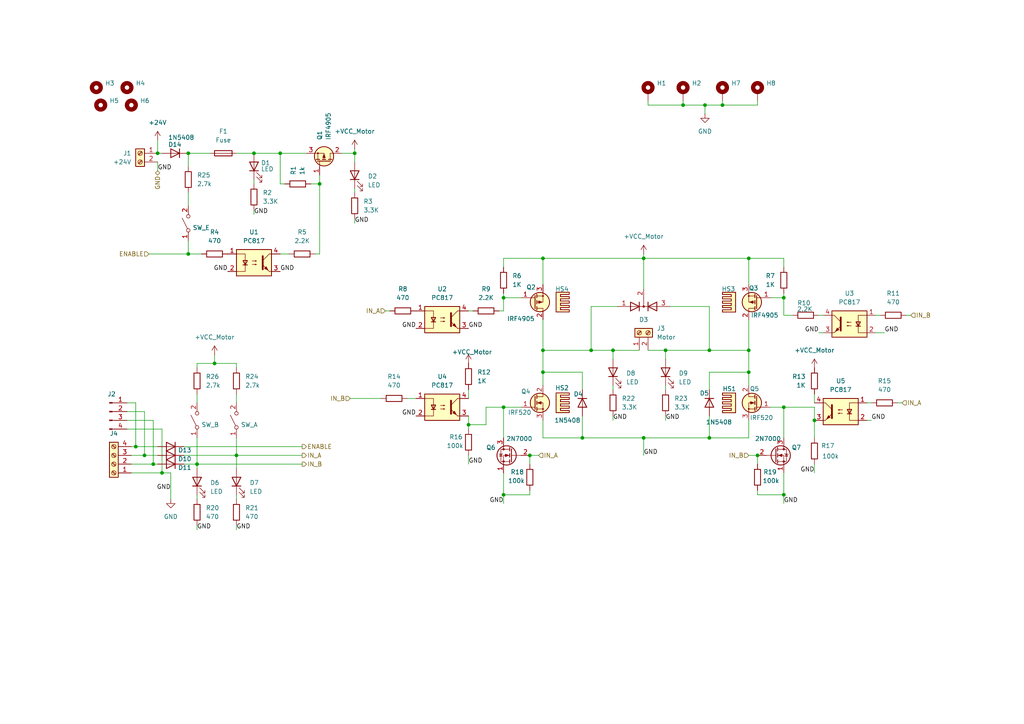
<source format=kicad_sch>
(kicad_sch (version 20231120) (generator "eeschema") (generator_version "8.0")
  (paper "A4")
  (lib_symbols
    (symbol "+24V_1" (power) (pin_numbers hide) (pin_names (offset 0) hide)
      (property "Value" "+24V" (at 0 3.556 0))
      (symbol "+24V_1_1_1"
        (pin power_in line (at 0 0 90) (length 0) (name "~") (number "1"))
      )
    )
    (symbol "Connector:Conn_01x04_Pin" (pin_names (offset 1.016) hide)
      (property "Reference" "J" (at 0 5.08 0))
      (property "Value" "Conn_01x04_Pin" (at 0 -7.62 0))
      (symbol "Conn_01x04_Pin_1_1"
        (pin passive line (at 5.08 2.54 180) (length 3.81) (name "Pin_1") (number "1"))
        (pin passive line (at 5.08 0 180) (length 3.81) (name "Pin_2") (number "2"))
        (pin passive line (at 5.08 -2.54 180) (length 3.81) (name "Pin_3") (number "3"))
        (pin passive line (at 5.08 -5.08 180) (length 3.81) (name "Pin_4") (number "4"))
      )
    )
    (symbol "Connector:Screw_Terminal_01x02" (pin_names (offset 1.016) hide)
      (property "Reference" "J" (at 0 2.54 0))
      (property "Value" "Screw_Terminal_01x02" (at 0 -5.08 0))
      (symbol "Screw_Terminal_01x02_1_1"
        (pin passive line (at -5.08 0 0) (length 3.81) (name "Pin_1") (number "1"))
        (pin passive line (at -5.08 -2.54 0) (length 3.81) (name "Pin_2") (number "2"))
      )
    )
    (symbol "Connector:Screw_Terminal_01x04" (pin_names (offset 1.016) hide)
      (property "Reference" "J" (at 0 5.08 0))
      (property "Value" "Screw_Terminal_01x04" (at 0 -7.62 0))
      (symbol "Screw_Terminal_01x04_1_1"
        (pin passive line (at -5.08 2.54 0) (length 3.81) (name "Pin_1") (number "1"))
        (pin passive line (at -5.08 0 0) (length 3.81) (name "Pin_2") (number "2"))
        (pin passive line (at -5.08 -2.54 0) (length 3.81) (name "Pin_3") (number "3"))
        (pin passive line (at -5.08 -5.08 0) (length 3.81) (name "Pin_4") (number "4"))
      )
    )
    (symbol "Device:D_Dual_CommonCathode_AAK" (pin_names (offset 0.762) hide)
      (property "Reference" "D3" (at 0 3.81 0))
      (symbol "D_Dual_CommonCathode_AAK_0_1"
        (pin passive line (at -7.62 0 0) (length 3.81) (name "A") (number "1"))
      )
      (symbol "D_Dual_CommonCathode_AAK_1_1"
        (pin passive line (at 0 -5.08 90) (length 2.54) (name "K") (number "2"))
        (pin passive line (at 7.62 0 180) (length 3.81) (name "A") (number "3"))
      )
    )
    (symbol "Device:Fuse" (pin_numbers hide) (pin_names (offset 0))
      (property "Reference" "F" (at 2.032 0 90))
      (property "Value" "Fuse" (at -1.905 0 90))
      (symbol "Fuse_1_1"
        (pin passive line (at 0 3.81 270) (length 1.27) (name "~") (number "1"))
        (pin passive line (at 0 -3.81 90) (length 1.27) (name "~") (number "2"))
      )
    )
    (symbol "Device:LED" (pin_numbers hide) (pin_names (offset 1.016) hide)
      (property "Reference" "D" (at 0 2.54 0))
      (property "Value" "LED" (at 0 -2.54 0))
      (symbol "LED_1_1"
        (pin passive line (at -3.81 0 0) (length 2.54) (name "K") (number "1"))
        (pin passive line (at 3.81 0 180) (length 2.54) (name "A") (number "2"))
      )
    )
    (symbol "Diode:1N4148" (pin_numbers hide) (pin_names hide)
      (property "Reference" "D" (at 0 2.54 0))
      (property "Value" "1N4148" (at 0 -2.54 0))
      (symbol "1N4148_1_1"
        (pin passive line (at -3.81 0 0) (length 2.54) (name "K") (number "1"))
        (pin passive line (at 3.81 0 180) (length 2.54) (name "A") (number "2"))
      )
    )
    (symbol "Diode:1N5406" (pin_numbers hide) (pin_names hide)
      (property "Reference" "D" (at 0 2.54 0))
      (property "Value" "1N5406" (at 0 -2.54 0))
      (symbol "1N5406_1_1"
        (pin passive line (at -3.81 0 0) (length 2.54) (name "K") (number "1"))
        (pin passive line (at 3.81 0 180) (length 2.54) (name "A") (number "2"))
      )
    )
    (symbol "Isolator:PC817" (pin_names (offset 1.016))
      (property "Reference" "U" (at -5.08 5.08 0))
      (property "Value" "PC817" (at 0 5.08 0))
      (symbol "PC817_1_1"
        (pin passive line (at -7.62 2.54 0) (length 2.54) (name "~") (number "1"))
        (pin passive line (at -7.62 -2.54 0) (length 2.54) (name "~") (number "2"))
        (pin passive line (at 7.62 -2.54 180) (length 2.54) (name "~") (number "3"))
        (pin passive line (at 7.62 2.54 180) (length 2.54) (name "~") (number "4"))
      )
    )
    (symbol "Mechanical:Heatsink" (pin_names (offset 1.016))
      (property "Reference" "HS" (at 0 5.08 0))
      (property "Value" "Heatsink" (at 0 -1.27 0))
    )
    (symbol "Mechanical:MountingHole" (pin_names (offset 1.016))
      (property "Reference" "H" (at 0 5.08 0))
      (property "Value" "MountingHole" (at 0 3.175 0))
    )
    (symbol "Mechanical:MountingHole_Pad" (pin_numbers hide) (pin_names (offset 1.016) hide)
      (property "Reference" "H" (at 0 6.35 0))
      (property "Value" "MountingHole_Pad" (at 0 4.445 0))
      (symbol "MountingHole_Pad_1_1"
        (pin input line (at 0 -2.54 90) (length 2.54) (name "1") (number "1"))
      )
    )
    (symbol "PCM_SL_Devices:Resistor_0.5W"
      (property "Reference" "R" (at 0 5.08 0))
      (property "Value" "Resistor_0.5W" (at 0 2.54 0))
      (symbol "Resistor_0.5W_1_1"
        (pin passive line (at -3.81 0 0) (length 1.5) (name "") (number "1"))
        (pin passive line (at 3.81 0 180) (length 1.5) (name "~") (number "2"))
      )
    )
    (symbol "PCM_Transistor_MOSFET_AKL:IRF4905" (pin_names hide)
      (property "Reference" "Q" (at 5.08 1.27 0))
      (property "Value" "IRF4905" (at 5.08 -1.27 0))
      (symbol "IRF4905_1_1"
        (pin input line (at -3.81 1.27 0) (length 2.54) (name "G") (number "1"))
        (pin passive line (at 2.54 -5.08 90) (length 2.54) (name "D") (number "2"))
        (pin passive line (at 2.54 5.08 270) (length 2.54) (name "S") (number "3"))
      )
    )
    (symbol "PCM_Transistor_MOSFET_AKL:IRF520" (pin_names hide)
      (property "Reference" "Q" (at 5.08 1.27 0))
      (property "Value" "IRF520" (at 5.08 -1.27 0))
      (symbol "IRF520_1_1"
        (pin input line (at -3.81 -1.27 0) (length 2.54) (name "G") (number "1"))
        (pin passive line (at 2.54 5.08 270) (length 2.54) (name "D") (number "2"))
        (pin passive line (at 2.54 -5.08 90) (length 2.54) (name "S") (number "3"))
      )
    )
    (symbol "Switch:SW_DPST_x2" (pin_names (offset 0) hide)
      (property "Reference" "SW" (at 0 3.175 0))
      (property "Value" "SW_DPST_x2" (at 0 -2.54 0))
      (symbol "SW_DPST_x2_1_1"
        (pin passive line (at -5.08 0 0) (length 2.54) (name "A") (number "1"))
        (pin passive line (at 5.08 0 180) (length 2.54) (name "B") (number "2"))
      )
      (symbol "SW_DPST_x2_2_1"
        (pin passive line (at -5.08 0 0) (length 2.54) (name "A") (number "3"))
        (pin passive line (at 5.08 0 180) (length 2.54) (name "B") (number "4"))
      )
    )
    (symbol "Transistor_FET:2N7000" (pin_names hide)
      (property "Reference" "Q" (at 5.08 1.905 0))
      (property "Value" "2N7000" (at 5.08 0 0))
      (symbol "2N7000_1_1"
        (pin passive line (at 2.54 -5.08 90) (length 2.54) (name "S") (number "1"))
        (pin input line (at -5.08 0 0) (length 2.54) (name "G") (number "2"))
        (pin passive line (at 2.54 5.08 270) (length 2.54) (name "D") (number "3"))
      )
    )
    (symbol "power:+24V" (power) (pin_names (offset 0))
      (property "Value" "+24V" (at 0 3.556 0))
      (symbol "+24V_1_1"
        (pin power_in line (at 0 0 90) (length 0) hide (name "+24V") (number "1"))
      )
    )
    (symbol "power:GND" (power) (pin_numbers hide) (pin_names (offset 0) hide)
      (property "Value" "GND" (at 0 -3.81 0))
      (symbol "GND_1_1"
        (pin power_in line (at 0 0 270) (length 0) (name "~") (number "1"))
      )
    )
  )
  (junction (at 146.05 86.36))
  (junction (at 193.04 101.6))
  (junction (at 227.33 118.11))
  (junction (at 186.69 74.93))
  (junction (at 171.45 101.6))
  (junction (at 153.67 132.08))
  (junction (at 227.33 86.36))
  (junction (at 57.15 134.62))
  (junction (at 54.61 73.66))
  (junction (at 177.8 101.6))
  (junction (at 41.91 132.08))
  (junction (at 227.33 143.51))
  (junction (at 46.99 137.16))
  (junction (at 205.74 127))
  (junction (at 54.61 44.45))
  (junction (at 102.87 44.45))
  (junction (at 168.91 127))
  (junction (at 39.37 129.54))
  (junction (at 205.74 101.6))
  (junction (at 92.71 53.34))
  (junction (at 217.17 74.93))
  (junction (at 157.48 101.6))
  (junction (at 44.45 134.62))
  (junction (at 146.05 118.11))
  (junction (at 186.69 127))
  (junction (at 81.28 44.45))
  (junction (at 236.22 121.92))
  (junction (at 204.47 30.48))
  (junction (at 217.17 101.6))
  (junction (at 146.05 143.51))
  (junction (at 217.17 107.95))
  (junction (at 68.58 132.08))
  (junction (at 73.66 44.45))
  (junction (at 45.72 44.45))
  (junction (at 135.89 123.19))
  (junction (at 198.12 30.48))
  (junction (at 209.55 30.48))
  (junction (at 157.48 74.93))
  (junction (at 62.23 105.41))
  (junction (at 157.48 107.95))
  (junction (at 219.71 132.08))
  (wire (pts (xy 223.52 118.11) (xy 227.33 118.11)))
  (wire (pts (xy 45.72 40.64) (xy 45.72 44.45)))
  (wire (pts (xy 53.34 129.54) (xy 87.63 129.54)))
  (wire (pts (xy 102.87 44.45) (xy 102.87 46.99)))
  (wire (pts (xy 57.15 105.41) (xy 62.23 105.41)))
  (wire (pts (xy 157.48 92.71) (xy 157.48 101.6)))
  (wire (pts (xy 205.74 88.9) (xy 205.74 101.6)))
  (wire (pts (xy 57.15 152.4) (xy 57.15 153.67)))
  (wire (pts (xy 262.89 91.44) (xy 264.16 91.44)))
  (wire (pts (xy 146.05 118.11) (xy 151.13 118.11)))
  (wire (pts (xy 205.74 127) (xy 205.74 120.65)))
  (wire (pts (xy 157.48 127) (xy 168.91 127)))
  (wire (pts (xy 135.89 113.03) (xy 135.89 115.57)))
  (wire (pts (xy 46.99 137.16) (xy 49.53 137.16)))
  (wire (pts (xy 217.17 92.71) (xy 217.17 101.6)))
  (wire (pts (xy 171.45 101.6) (xy 177.8 101.6)))
  (wire (pts (xy 187.96 101.6) (xy 193.04 101.6)))
  (wire (pts (xy 217.17 107.95) (xy 217.17 111.76)))
  (wire (pts (xy 153.67 132.08) (xy 156.21 132.08)))
  (wire (pts (xy 54.61 69.85) (xy 54.61 73.66)))
  (wire (pts (xy 187.96 30.48) (xy 198.12 30.48)))
  (wire (pts (xy 38.1 137.16) (xy 46.99 137.16)))
  (wire (pts (xy 68.58 105.41) (xy 68.58 106.68)))
  (wire (pts (xy 68.58 132.08) (xy 68.58 135.89)))
  (wire (pts (xy 99.06 44.45) (xy 102.87 44.45)))
  (wire (pts (xy 39.37 129.54) (xy 38.1 129.54)))
  (wire (pts (xy 101.6 115.57) (xy 110.49 115.57)))
  (wire (pts (xy 227.33 85.09) (xy 227.33 86.36)))
  (wire (pts (xy 177.8 101.6) (xy 185.42 101.6)))
  (wire (pts (xy 140.97 123.19) (xy 140.97 118.11)))
  (wire (pts (xy 88.9 44.45) (xy 81.28 44.45)))
  (wire (pts (xy 179.07 88.9) (xy 171.45 88.9)))
  (wire (pts (xy 223.52 86.36) (xy 227.33 86.36)))
  (wire (pts (xy 73.66 44.45) (xy 81.28 44.45)))
  (wire (pts (xy 217.17 74.93) (xy 227.33 74.93)))
  (wire (pts (xy 49.53 137.16) (xy 49.53 144.78)))
  (wire (pts (xy 62.23 102.87) (xy 62.23 105.41)))
  (wire (pts (xy 227.33 137.16) (xy 227.33 143.51)))
  (wire (pts (xy 73.66 52.07) (xy 73.66 53.34)))
  (wire (pts (xy 62.23 105.41) (xy 68.58 105.41)))
  (wire (pts (xy 204.47 30.48) (xy 209.55 30.48)))
  (wire (pts (xy 53.34 134.62) (xy 57.15 134.62)))
  (wire (pts (xy 90.17 53.34) (xy 92.71 53.34)))
  (wire (pts (xy 135.89 120.65) (xy 135.89 123.19)))
  (wire (pts (xy 54.61 44.45) (xy 54.61 48.26)))
  (wire (pts (xy 187.96 29.21) (xy 187.96 30.48)))
  (wire (pts (xy 219.71 132.08) (xy 219.71 134.62)))
  (wire (pts (xy 168.91 127) (xy 168.91 120.65)))
  (wire (pts (xy 45.72 132.08) (xy 41.91 132.08)))
  (wire (pts (xy 157.48 101.6) (xy 157.48 107.95)))
  (wire (pts (xy 177.8 120.65) (xy 177.8 121.92)))
  (wire (pts (xy 57.15 135.89) (xy 57.15 134.62)))
  (wire (pts (xy 157.48 107.95) (xy 168.91 107.95)))
  (wire (pts (xy 44.45 134.62) (xy 38.1 134.62)))
  (wire (pts (xy 260.35 116.84) (xy 261.62 116.84)))
  (wire (pts (xy 45.72 129.54) (xy 39.37 129.54)))
  (wire (pts (xy 118.11 115.57) (xy 120.65 115.57)))
  (wire (pts (xy 227.33 143.51) (xy 227.33 146.05)))
  (wire (pts (xy 238.76 91.44) (xy 237.49 91.44)))
  (wire (pts (xy 255.27 91.44) (xy 254 91.44)))
  (wire (pts (xy 135.89 90.17) (xy 137.16 90.17)))
  (wire (pts (xy 205.74 101.6) (xy 217.17 101.6)))
  (wire (pts (xy 45.72 46.99) (xy 45.72 49.53)))
  (wire (pts (xy 68.58 44.45) (xy 73.66 44.45)))
  (wire (pts (xy 254 96.52) (xy 256.54 96.52)))
  (wire (pts (xy 140.97 118.11) (xy 146.05 118.11)))
  (wire (pts (xy 68.58 114.3) (xy 68.58 116.84)))
  (wire (pts (xy 217.17 107.95) (xy 205.74 107.95)))
  (wire (pts (xy 135.89 123.19) (xy 135.89 124.46)))
  (wire (pts (xy 193.04 101.6) (xy 193.04 104.14)))
  (wire (pts (xy 227.33 74.93) (xy 227.33 77.47)))
  (wire (pts (xy 36.83 116.84) (xy 39.37 116.84)))
  (wire (pts (xy 146.05 137.16) (xy 146.05 143.51)))
  (wire (pts (xy 217.17 127) (xy 205.74 127)))
  (wire (pts (xy 168.91 127) (xy 186.69 127)))
  (wire (pts (xy 81.28 44.45) (xy 81.28 53.34)))
  (wire (pts (xy 219.71 142.24) (xy 219.71 143.51)))
  (wire (pts (xy 45.72 44.45) (xy 46.99 44.45)))
  (wire (pts (xy 146.05 118.11) (xy 146.05 127)))
  (wire (pts (xy 157.48 107.95) (xy 157.48 111.76)))
  (wire (pts (xy 146.05 74.93) (xy 146.05 77.47)))
  (wire (pts (xy 204.47 30.48) (xy 204.47 33.02)))
  (wire (pts (xy 236.22 121.92) (xy 236.22 118.11)))
  (wire (pts (xy 157.48 74.93) (xy 157.48 82.55)))
  (wire (pts (xy 227.33 86.36) (xy 227.33 91.44)))
  (wire (pts (xy 57.15 127) (xy 57.15 134.62)))
  (wire (pts (xy 209.55 30.48) (xy 219.71 30.48)))
  (wire (pts (xy 102.87 43.18) (xy 102.87 44.45)))
  (wire (pts (xy 146.05 143.51) (xy 146.05 146.05)))
  (wire (pts (xy 177.8 101.6) (xy 177.8 104.14)))
  (wire (pts (xy 41.91 119.38) (xy 41.91 132.08)))
  (wire (pts (xy 45.72 134.62) (xy 44.45 134.62)))
  (wire (pts (xy 44.45 121.92) (xy 44.45 134.62)))
  (wire (pts (xy 91.44 73.66) (xy 92.71 73.66)))
  (wire (pts (xy 227.33 118.11) (xy 236.22 118.11)))
  (wire (pts (xy 186.69 74.93) (xy 217.17 74.93)))
  (wire (pts (xy 171.45 88.9) (xy 171.45 101.6)))
  (wire (pts (xy 219.71 29.21) (xy 219.71 30.48)))
  (wire (pts (xy 193.04 111.76) (xy 193.04 113.03)))
  (wire (pts (xy 146.05 74.93) (xy 157.48 74.93)))
  (wire (pts (xy 177.8 111.76) (xy 177.8 113.03)))
  (wire (pts (xy 157.48 101.6) (xy 171.45 101.6)))
  (wire (pts (xy 236.22 134.62) (xy 236.22 137.16)))
  (wire (pts (xy 57.15 134.62) (xy 87.63 134.62)))
  (wire (pts (xy 194.31 88.9) (xy 205.74 88.9)))
  (wire (pts (xy 36.83 124.46) (xy 46.99 124.46)))
  (wire (pts (xy 135.89 123.19) (xy 140.97 123.19)))
  (wire (pts (xy 193.04 120.65) (xy 193.04 121.92)))
  (wire (pts (xy 135.89 132.08) (xy 135.89 134.62)))
  (wire (pts (xy 237.49 96.52) (xy 238.76 96.52)))
  (wire (pts (xy 227.33 118.11) (xy 227.33 127)))
  (wire (pts (xy 186.69 127) (xy 205.74 127)))
  (wire (pts (xy 157.48 121.92) (xy 157.48 127)))
  (wire (pts (xy 41.91 132.08) (xy 38.1 132.08)))
  (wire (pts (xy 227.33 143.51) (xy 219.71 143.51)))
  (wire (pts (xy 73.66 60.96) (xy 73.66 62.23)))
  (wire (pts (xy 68.58 143.51) (xy 68.58 144.78)))
  (wire (pts (xy 153.67 132.08) (xy 153.67 134.62)))
  (wire (pts (xy 146.05 85.09) (xy 146.05 86.36)))
  (wire (pts (xy 102.87 54.61) (xy 102.87 55.88)))
  (wire (pts (xy 92.71 53.34) (xy 92.71 73.66)))
  (wire (pts (xy 111.76 90.17) (xy 113.03 90.17)))
  (wire (pts (xy 204.47 30.48) (xy 198.12 30.48)))
  (wire (pts (xy 153.67 142.24) (xy 153.67 143.51)))
  (wire (pts (xy 39.37 116.84) (xy 39.37 129.54)))
  (wire (pts (xy 36.83 121.92) (xy 44.45 121.92)))
  (wire (pts (xy 193.04 101.6) (xy 205.74 101.6)))
  (wire (pts (xy 146.05 86.36) (xy 151.13 86.36)))
  (wire (pts (xy 251.46 116.84) (xy 252.73 116.84)))
  (wire (pts (xy 198.12 29.21) (xy 198.12 30.48)))
  (wire (pts (xy 54.61 44.45) (xy 60.96 44.45)))
  (wire (pts (xy 92.71 53.34) (xy 92.71 50.8)))
  (wire (pts (xy 209.55 29.21) (xy 209.55 30.48)))
  (wire (pts (xy 217.17 74.93) (xy 217.17 82.55)))
  (wire (pts (xy 68.58 132.08) (xy 87.63 132.08)))
  (wire (pts (xy 68.58 127) (xy 68.58 132.08)))
  (wire (pts (xy 36.83 119.38) (xy 41.91 119.38)))
  (wire (pts (xy 81.28 73.66) (xy 83.82 73.66)))
  (wire (pts (xy 68.58 152.4) (xy 68.58 153.67)))
  (wire (pts (xy 57.15 143.51) (xy 57.15 144.78)))
  (wire (pts (xy 217.17 101.6) (xy 217.17 107.95)))
  (wire (pts (xy 43.18 73.66) (xy 54.61 73.66)))
  (wire (pts (xy 186.69 127) (xy 186.69 132.08)))
  (wire (pts (xy 251.46 121.92) (xy 252.73 121.92)))
  (wire (pts (xy 217.17 121.92) (xy 217.17 127)))
  (wire (pts (xy 102.87 63.5) (xy 102.87 64.77)))
  (wire (pts (xy 46.99 124.46) (xy 46.99 137.16)))
  (wire (pts (xy 186.69 73.66) (xy 186.69 74.93)))
  (wire (pts (xy 144.78 90.17) (xy 146.05 90.17)))
  (wire (pts (xy 53.34 132.08) (xy 68.58 132.08)))
  (wire (pts (xy 219.71 132.08) (xy 217.17 132.08)))
  (wire (pts (xy 146.05 143.51) (xy 153.67 143.51)))
  (wire (pts (xy 205.74 107.95) (xy 205.74 113.03)))
  (wire (pts (xy 157.48 74.93) (xy 186.69 74.93)))
  (wire (pts (xy 57.15 116.84) (xy 57.15 114.3)))
  (wire (pts (xy 236.22 114.3) (xy 236.22 116.84)))
  (wire (pts (xy 146.05 86.36) (xy 146.05 90.17)))
  (wire (pts (xy 81.28 53.34) (xy 82.55 53.34)))
  (wire (pts (xy 54.61 73.66) (xy 58.42 73.66)))
  (wire (pts (xy 57.15 106.68) (xy 57.15 105.41)))
  (wire (pts (xy 54.61 55.88) (xy 54.61 59.69)))
  (wire (pts (xy 186.69 74.93) (xy 186.69 83.82)))
  (wire (pts (xy 168.91 107.95) (xy 168.91 113.03)))
  (wire (pts (xy 236.22 121.92) (xy 236.22 127)))
  (wire (pts (xy 227.33 91.44) (xy 229.87 91.44)))
  (label "GND" (at 256.54 96.52 0))
  (label "GND" (at 49.53 142.24 180))
  (label "GND" (at 227.33 146.05 0))
  (label "GND" (at 102.87 64.77 0))
  (label "GND" (at 120.65 95.25 180))
  (label "GND" (at 120.65 120.65 180))
  (label "GND" (at 135.89 134.62 0))
  (label "GND" (at 66.04 78.74 180))
  (label "GND" (at 146.05 146.05 180))
  (label "GND" (at 57.15 153.67 0))
  (label "GND" (at 252.73 121.92 0))
  (label "GND" (at 45.72 49.53 0))
  (label "GND" (at 68.58 153.67 0))
  (label "GND" (at 135.89 95.25 0))
  (label "GND" (at 236.22 137.16 180))
  (label "GND" (at 193.04 121.92 0))
  (label "GND" (at 81.28 78.74 0))
  (label "GND" (at 186.69 132.08 0))
  (label "GND" (at 177.8 121.92 0))
  (label "GND" (at 237.49 96.52 180))
  (label "GND" (at 73.66 62.23 0))
  (hierarchical_label "IN_B" (shape input) (at 217.17 132.08 180))
  (hierarchical_label "IN_B" (shape output) (at 87.63 134.62 0))
  (hierarchical_label "IN_A" (shape input) (at 156.21 132.08 0))
  (hierarchical_label "IN_B" (shape input) (at 264.16 91.44 0))
  (hierarchical_label "GND" (shape bidirectional) (at 45.72 49.53 270))
  (hierarchical_label "ENABLE" (shape input) (at 43.18 73.66 180))
  (hierarchical_label "IN_B" (shape input) (at 101.6 115.57 180))
  (hierarchical_label "ENABLE" (shape output) (at 87.63 129.54 0))
  (hierarchical_label "IN_A" (shape output) (at 87.63 132.08 0))
  (hierarchical_label "IN_A" (shape input) (at 261.62 116.84 0))
  (hierarchical_label "IN_A" (shape input) (at 111.76 90.17 180))
  (symbol (lib_id "Mechanical:MountingHole_Pad") (at 198.12 26.67 0) (unit 1)
    (property "Reference" "H2" (at 200.66 24.1299 0) (effects (justify left)))
    (property "Value" "Probe_GND" (effects (hide yes)))
    (property "Footprint" "Holes:Hole_1mm_Scope" (effects (hide yes)))
    (property "Description" "Mounting Hole with connection" (effects (hide yes)))
  )
  (symbol (lib_id "PCM_SL_Devices:Resistor_0.5W") (at 114.3 115.57 0) (unit 1)
    (property "Reference" "R14" (at 114.3 109.22 0))
    (property "Value" "470" (at 114.3 111.76 0))
    (property "Footprint" "Resistor_THT:R_Axial_DIN0207_L6.3mm_D2.5mm_P7.62mm_Horizontal" (effects (hide yes)))
  )
  (symbol (lib_id "PCM_SL_Devices:Resistor_0.5W") (at 177.8 116.84 270) (unit 1)
    (property "Reference" "R22" (at 180.34 115.57 90) (effects (justify left)))
    (property "Value" "3.3K" (at 180.34 118.11 90) (effects (justify left)))
    (property "Footprint" "Resistor_THT:R_Axial_DIN0207_L6.3mm_D2.5mm_P7.62mm_Horizontal" (effects (hide yes)))
  )
  (symbol (lib_id "PCM_SL_Devices:Resistor_0.5W") (at 236.22 110.49 90) (mirror x) (unit 1)
    (property "Reference" "R13" (at 233.68 109.22 90) (effects (justify left)))
    (property "Value" "1K" (at 233.68 111.76 90) (effects (justify left)))
    (property "Footprint" "Resistor_THT:R_Axial_DIN0207_L6.3mm_D2.5mm_P7.62mm_Horizontal" (effects (hide yes)))
  )
  (symbol (lib_id "Mechanical:MountingHole_Pad") (at 187.96 26.67 0) (unit 1)
    (property "Reference" "H1" (at 190.5 24.1299 0) (effects (justify left)))
    (property "Value" "Probe_GND" (effects (hide yes)))
    (property "Footprint" "Holes:Hole_1mm_Scope" (effects (hide yes)))
    (property "Description" "Mounting Hole with connection" (effects (hide yes)))
  )
  (symbol (lib_id "Transistor_FET:2N7000") (at 148.59 132.08 0) (mirror y) (unit 1)
    (property "Reference" "Q6" (at 143.764 129.794 0) (effects (justify left)))
    (property "Value" "2N7000" (at 154.432 127.254 0) (effects (justify left)))
    (property "Footprint" "Package_TO_SOT_THT:TO-92_Inline" (effects (hide yes)))
    (property "Datasheet" "https://www.vishay.com/docs/70226/70226.pdf" (effects (hide yes)))
    (property "Description" "0.2A Id, 200V Vds, N-Channel MOSFET, 2.6V Logic Level, TO-92" (effects (hide yes)))
  )
  (symbol (lib_id "Transistor_FET:2N7000") (at 224.79 132.08 0) (unit 1)
    (property "Reference" "Q7" (at 229.616 129.794 0) (effects (justify left)))
    (property "Value" "2N7000" (at 218.948 127.254 0) (effects (justify left)))
    (property "Footprint" "Package_TO_SOT_THT:TO-92_Inline" (effects (hide yes)))
    (property "Datasheet" "https://www.vishay.com/docs/70226/70226.pdf" (effects (hide yes)))
    (property "Description" "0.2A Id, 200V Vds, N-Channel MOSFET, 2.6V Logic Level, TO-92" (effects (hide yes)))
  )
  (symbol (lib_id "Mechanical:Heatsink") (at 161.29 116.84 270) (unit 1)
    (property "Reference" "HS2" (at 161.036 112.522 90) (effects (justify left)))
    (property "Value" "Heatsink" (effects (hide yes)))
    (property "Footprint" "HeatSink:HeastSink_MOSFET_15mm_10mm_20mm" (effects (hide yes)))
    (property "Description" "Heatsink" (effects (hide yes)))
  )
  (symbol (lib_id "PCM_SL_Devices:Resistor_0.5W") (at 233.68 91.44 0) (mirror y) (unit 1)
    (property "Reference" "R10" (at 233.172 87.884 0))
    (property "Value" "2.2K" (at 233.426 89.662 0))
    (property "Footprint" "Resistor_THT:R_Axial_DIN0207_L6.3mm_D2.5mm_P7.62mm_Horizontal" (effects (hide yes)))
  )
  (symbol (lib_id "PCM_SL_Devices:Resistor_0.5W") (at 62.23 73.66 0) (unit 1)
    (property "Reference" "R4" (at 62.23 67.31 0))
    (property "Value" "470" (at 62.23 69.85 0))
    (property "Footprint" "Resistor_THT:R_Axial_DIN0207_L6.3mm_D2.5mm_P7.62mm_Horizontal" (effects (hide yes)))
  )
  (symbol (lib_id "Device:LED") (at 193.04 107.95 90) (unit 1)
    (property "Reference" "D9" (at 196.85 108.2674 90) (effects (justify right)))
    (property "Value" "LED" (at 196.85 110.8074 90) (effects (justify right)))
    (property "Footprint" "LED_THT:LED_D3.0mm" (effects (hide yes)))
  )
  (symbol (lib_id "PCM_SL_Devices:Resistor_0.5W") (at 116.84 90.17 0) (unit 1)
    (property "Reference" "R8" (at 116.84 83.82 0))
    (property "Value" "470" (at 116.84 86.36 0))
    (property "Footprint" "Resistor_THT:R_Axial_DIN0207_L6.3mm_D2.5mm_P7.62mm_Horizontal" (effects (hide yes)))
  )
  (symbol (lib_id "Isolator:PC817") (at 128.27 92.71 0) (unit 1)
    (property "Reference" "U2" (at 128.27 83.82 0))
    (property "Value" "PC817" (at 128.27 86.36 0))
    (property "Footprint" "Package_DIP:DIP-4_W7.62mm" (effects (hide yes)))
    (property "Datasheet" "http://www.soselectronic.cz/a_info/resource/d/pc817.pdf" (effects (hide yes)))
  )
  (symbol (lib_id "Switch:SW_DPST_x2") (at 54.61 64.77 90) (unit 1)
    (property "Reference" "SW3" (effects (hide yes)))
    (property "Value" "SW_E" (at 55.88 66.0399 90) (effects (justify right)))
    (property "Footprint" "Button_Switch_THT:SW_PUSH_6mm_H8mm" (effects (hide yes)))
    (property "Description" "Single Pole Single Throw (SPST) switch, separate symbol" (effects (hide yes)))
  )
  (symbol (lib_id "Mechanical:MountingHole") (at 29.21 30.48 0) (unit 1)
    (property "Reference" "H5" (at 31.75 29.2099 0) (effects (justify left)))
    (property "Value" "MountingHole" (effects (hide yes)))
    (property "Footprint" "MountingHole:MountingHole_3mm" (effects (hide yes)))
    (property "Description" "Mounting Hole without connection" (effects (hide yes)))
  )
  (symbol (lib_id "PCM_SL_Devices:Resistor_0.5W") (at 140.97 90.17 0) (unit 1)
    (property "Reference" "R9" (at 140.97 83.82 0))
    (property "Value" "2.2K" (at 140.97 86.36 0))
    (property "Footprint" "Resistor_THT:R_Axial_DIN0207_L6.3mm_D2.5mm_P7.62mm_Horizontal" (effects (hide yes)))
  )
  (symbol (lib_id "PCM_SL_Devices:Resistor_0.5W") (at 219.71 138.43 90) (mirror x) (unit 1)
    (property "Reference" "R19" (at 225.298 136.906 90) (effects (justify left)))
    (property "Value" "100k" (at 226.06 139.446 90) (effects (justify left)))
    (property "Footprint" "Resistor_THT:R_Axial_DIN0207_L6.3mm_D2.5mm_P7.62mm_Horizontal" (effects (hide yes)))
  )
  (symbol (lib_id "Mechanical:Heatsink") (at 213.36 116.84 90) (unit 1)
    (property "Reference" "HS1" (at 209.55 112.776 90) (effects (justify right)))
    (property "Value" "Heatsink" (effects (hide yes)))
    (property "Footprint" "HeatSink:HeastSink_MOSFET_15mm_10mm_20mm" (effects (hide yes)))
    (property "Description" "Heatsink" (effects (hide yes)))
  )
  (symbol (lib_id "PCM_SL_Devices:Resistor_0.5W") (at 73.66 57.15 270) (unit 1)
    (property "Reference" "R2" (at 76.2 55.88 90) (effects (justify left)))
    (property "Value" "3.3K" (at 76.2 58.42 90) (effects (justify left)))
    (property "Footprint" "Resistor_THT:R_Axial_DIN0207_L6.3mm_D2.5mm_P7.62mm_Horizontal" (effects (hide yes)))
  )
  (symbol (lib_id "Mechanical:Heatsink") (at 161.29 87.63 270) (unit 1)
    (property "Reference" "HS4" (at 161.036 83.82 90) (effects (justify left)))
    (property "Value" "Heatsink" (effects (hide yes)))
    (property "Footprint" "HeatSink:HeastSink_MOSFET_15mm_10mm_20mm" (effects (hide yes)))
    (property "Description" "Heatsink" (effects (hide yes)))
  )
  (symbol (lib_id "PCM_SL_Devices:Resistor_0.5W") (at 153.67 138.43 270) (unit 1)
    (property "Reference" "R18" (at 148.082 136.906 90) (effects (justify left)))
    (property "Value" "100k" (at 147.32 139.446 90) (effects (justify left)))
    (property "Footprint" "Resistor_THT:R_Axial_DIN0207_L6.3mm_D2.5mm_P7.62mm_Horizontal" (effects (hide yes)))
  )
  (symbol (lib_name "+24V_1") (lib_id "power:+24V") (at 236.22 106.68 0) (mirror y) (unit 1)
    (property "Reference" "#PWR06" (effects (hide yes)))
    (property "Value" "+VCC_Motor" (at 236.22 101.6 0))
    (property "Description" "Power symbol creates a global label with name \"+24V\"" (effects (hide yes)))
  )
  (symbol (lib_id "Isolator:PC817") (at 128.27 118.11 0) (unit 1)
    (property "Reference" "U4" (at 128.27 109.22 0))
    (property "Value" "PC817" (at 128.27 111.76 0))
    (property "Footprint" "Package_DIP:DIP-4_W7.62mm" (effects (hide yes)))
    (property "Datasheet" "http://www.soselectronic.cz/a_info/resource/d/pc817.pdf" (effects (hide yes)))
  )
  (symbol (lib_id "PCM_SL_Devices:Resistor_0.5W") (at 256.54 116.84 0) (mirror x) (unit 1)
    (property "Reference" "R15" (at 256.54 110.49 0))
    (property "Value" "470" (at 256.54 113.03 0))
    (property "Footprint" "Resistor_THT:R_Axial_DIN0207_L6.3mm_D2.5mm_P7.62mm_Horizontal" (effects (hide yes)))
  )
  (symbol (lib_id "Connector:Conn_01x04_Pin") (at 31.75 119.38 0) (unit 1)
    (property "Reference" "J2" (at 32.385 114.3 0))
    (property "Value" "PinHeader_Control" (effects (hide yes)))
    (property "Footprint" "Connector_PinHeader_2.54mm:PinHeader_1x04_P2.54mm_Vertical" (effects (hide yes)))
    (property "Description" "Generic connector, single row, 01x04, script generated" (effects (hide yes)))
  )
  (symbol (lib_name "+24V_1") (lib_id "power:+24V") (at 186.69 73.66 0) (unit 1)
    (property "Reference" "#PWR03" (effects (hide yes)))
    (property "Value" "+VCC_Motor" (at 186.69 68.58 0))
    (property "Description" "Power symbol creates a global label with name \"+24V\"" (effects (hide yes)))
  )
  (symbol (lib_name "+24V_1") (lib_id "power:+24V") (at 62.23 102.87 0) (unit 1)
    (property "Reference" "#PWR08" (effects (hide yes)))
    (property "Value" "+VCC_Motor" (at 62.23 97.79 0))
    (property "Description" "Power symbol creates a global label with name \"+24V\"" (effects (hide yes)))
  )
  (symbol (lib_id "PCM_Transistor_MOSFET_AKL:IRF4905") (at 93.98 46.99 90) (unit 1)
    (property "Reference" "Q1" (at 92.71 40.64 0) (effects (justify left)))
    (property "Value" "IRF4905" (at 95.25 40.64 0) (effects (justify left)))
    (property "Footprint" "Package_TO_SOT_THT:TO-220-3_Vertical" (effects (hide yes)))
    (property "Datasheet" "https://www.tme.eu/Document/6b5423f4bc207bf599b8e5a57c2f701a/irf4905.pdf" (effects (hide yes)))
  )
  (symbol (lib_id "PCM_SL_Devices:Resistor_0.5W") (at 54.61 52.07 270) (unit 1)
    (property "Reference" "R25" (at 57.15 50.8 90) (effects (justify left)))
    (property "Value" "2.7k" (at 57.15 53.34 90) (effects (justify left)))
    (property "Footprint" "Resistor_THT:R_Axial_DIN0207_L6.3mm_D2.5mm_P7.62mm_Horizontal" (effects (hide yes)))
  )
  (symbol (lib_id "Connector:Screw_Terminal_01x02") (at 185.42 96.52 90) (unit 1)
    (property "Reference" "J3" (at 190.5 95.2499 90) (effects (justify right)))
    (property "Value" "Motor" (at 190.5 97.7899 90) (effects (justify right)))
    (property "Footprint" "TerminalBlock_Phoenix:TerminalBlock_Phoenix_MKDS-3-2-5.08_1x02_P5.08mm_Horizontal" (effects (hide yes)))
  )
  (symbol (lib_id "Diode:1N5406") (at 205.74 116.84 90) (mirror x) (unit 1)
    (property "Reference" "D5" (at 202.946 114.046 90) (effects (justify right)))
    (property "Value" "1N5408" (at 204.724 122.428 90) (effects (justify right)))
    (property "Footprint" "Diode_THT:D_DO-201AD_P15.24mm_Horizontal" (effects (hide yes)))
    (property "Datasheet" "http://www.vishay.com/docs/88516/1n5400.pdf" (effects (hide yes)))
    (property "Sim.Device" "D" (effects (hide yes)))
    (property "Sim.Pins" "1=K 2=A" (effects (hide yes)))
  )
  (symbol (lib_id "Mechanical:MountingHole_Pad") (at 219.71 26.67 0) (unit 1)
    (property "Reference" "H8" (at 222.25 24.1299 0) (effects (justify left)))
    (property "Value" "Probe_GND" (effects (hide yes)))
    (property "Footprint" "Holes:Hole_1mm_Scope" (effects (hide yes)))
    (property "Description" "Mounting Hole with connection" (effects (hide yes)))
  )
  (symbol (lib_id "PCM_Transistor_MOSFET_AKL:IRF520") (at 154.94 116.84 0) (unit 1)
    (property "Reference" "Q4" (at 151.13 113.538 0) (effects (justify left)))
    (property "Value" "IRF520" (at 147.32 119.634 0) (effects (justify left)))
    (property "Footprint" "Package_TO_SOT_THT:TO-220-3_Vertical" (effects (hide yes)))
    (property "Datasheet" "https://www.tme.eu/Document/f92e3a72a387abb9a14eed6a0b9ccfe0/IRF520PBF.pdf" (effects (hide yes)))
  )
  (symbol (lib_id "PCM_SL_Devices:Resistor_0.5W") (at 135.89 128.27 270) (unit 1)
    (property "Reference" "R16" (at 130.302 126.746 90) (effects (justify left)))
    (property "Value" "100k" (at 129.54 129.286 90) (effects (justify left)))
    (property "Footprint" "Resistor_THT:R_Axial_DIN0207_L6.3mm_D2.5mm_P7.62mm_Horizontal" (effects (hide yes)))
  )
  (symbol (lib_id "PCM_SL_Devices:Resistor_0.5W") (at 227.33 81.28 90) (mirror x) (unit 1)
    (property "Reference" "R7" (at 224.79 80.01 90) (effects (justify left)))
    (property "Value" "1K" (at 224.79 82.55 90) (effects (justify left)))
    (property "Footprint" "Resistor_THT:R_Axial_DIN0207_L6.3mm_D2.5mm_P7.62mm_Horizontal" (effects (hide yes)))
  )
  (symbol (lib_id "PCM_SL_Devices:Resistor_0.5W") (at 193.04 116.84 270) (unit 1)
    (property "Reference" "R23" (at 195.58 115.57 90) (effects (justify left)))
    (property "Value" "3.3K" (at 195.58 118.11 90) (effects (justify left)))
    (property "Footprint" "Resistor_THT:R_Axial_DIN0207_L6.3mm_D2.5mm_P7.62mm_Horizontal" (effects (hide yes)))
  )
  (symbol (lib_name "+24V_1") (lib_id "power:+24V") (at 102.87 43.18 0) (unit 1)
    (property "Reference" "#PWR02" (effects (hide yes)))
    (property "Value" "+VCC_Motor" (at 102.87 38.1 0))
    (property "Description" "Power symbol creates a global label with name \"+24V\"" (effects (hide yes)))
  )
  (symbol (lib_id "PCM_SL_Devices:Resistor_0.5W") (at 236.22 130.81 90) (mirror x) (unit 1)
    (property "Reference" "R17" (at 242.062 129.286 90) (effects (justify left)))
    (property "Value" "100k" (at 243.332 132.334 90) (effects (justify left)))
    (property "Footprint" "Resistor_THT:R_Axial_DIN0207_L6.3mm_D2.5mm_P7.62mm_Horizontal" (effects (hide yes)))
  )
  (symbol (lib_id "PCM_SL_Devices:Resistor_0.5W") (at 86.36 53.34 180) (unit 1)
    (property "Reference" "R1" (at 85.0899 50.8 90) (effects (justify right)))
    (property "Value" "1k" (at 87.6299 50.8 90) (effects (justify right)))
    (property "Footprint" "Resistor_THT:R_Axial_DIN0207_L6.3mm_D2.5mm_P7.62mm_Horizontal" (effects (hide yes)))
  )
  (symbol (lib_id "Diode:1N4148") (at 49.53 134.62 180) (unit 1)
    (property "Reference" "D11" (at 53.594 135.636 0))
    (property "Value" "1N4148" (effects (hide yes)))
    (property "Footprint" "Diode_THT:D_DO-35_SOD27_P7.62mm_Horizontal" (effects (hide yes)))
    (property "Datasheet" "https://assets.nexperia.com/documents/data-sheet/1N4148_1N4448.pdf" (effects (hide yes)))
    (property "Description" "100V 0.15A standard switching diode, DO-35" (effects (hide yes)))
    (property "Sim.Device" "D" (effects (hide yes)))
    (property "Sim.Pins" "1=K 2=A" (effects (hide yes)))
  )
  (symbol (lib_id "Diode:1N4148") (at 49.53 129.54 180) (unit 1)
    (property "Reference" "D13" (at 53.594 130.556 0))
    (property "Value" "1N4148" (effects (hide yes)))
    (property "Footprint" "Diode_THT:D_DO-35_SOD27_P7.62mm_Horizontal" (effects (hide yes)))
    (property "Datasheet" "https://assets.nexperia.com/documents/data-sheet/1N4148_1N4448.pdf" (effects (hide yes)))
    (property "Description" "100V 0.15A standard switching diode, DO-35" (effects (hide yes)))
    (property "Sim.Device" "D" (effects (hide yes)))
    (property "Sim.Pins" "1=K 2=A" (effects (hide yes)))
  )
  (symbol (lib_id "PCM_SL_Devices:Resistor_0.5W") (at 57.15 148.59 270) (unit 1)
    (property "Reference" "R20" (at 59.69 147.32 90) (effects (justify left)))
    (property "Value" "470" (at 59.69 149.86 90) (effects (justify left)))
    (property "Footprint" "Resistor_THT:R_Axial_DIN0207_L6.3mm_D2.5mm_P7.62mm_Horizontal" (effects (hide yes)))
  )
  (symbol (lib_id "Switch:SW_DPST_x2") (at 57.15 121.92 90) (unit 1)
    (property "Reference" "SW1" (effects (hide yes)))
    (property "Value" "SW_B" (at 58.42 123.1899 90) (effects (justify right)))
    (property "Footprint" "Button_Switch_THT:SW_PUSH_6mm_H8mm" (effects (hide yes)))
    (property "Description" "Single Pole Single Throw (SPST) switch, separate symbol" (effects (hide yes)))
  )
  (symbol (lib_id "Isolator:PC817") (at 243.84 119.38 0) (mirror y) (unit 1)
    (property "Reference" "U5" (at 243.84 110.49 0))
    (property "Value" "PC817" (at 243.84 113.03 0))
    (property "Footprint" "Package_DIP:DIP-4_W7.62mm" (effects (hide yes)))
    (property "Datasheet" "http://www.soselectronic.cz/a_info/resource/d/pc817.pdf" (effects (hide yes)))
  )
  (symbol (lib_id "Connector:Screw_Terminal_01x02") (at 40.64 44.45 0) (mirror y) (unit 1)
    (property "Reference" "J1" (at 38.1 44.45 0) (effects (justify left)))
    (property "Value" "+24V" (at 38.1 46.99 0) (effects (justify left)))
    (property "Footprint" "TerminalBlock_Phoenix:TerminalBlock_Phoenix_MKDS-1,5-2-5.08_1x02_P5.08mm_Horizontal" (effects (hide yes)))
  )
  (symbol (lib_id "Diode:1N4148") (at 49.53 132.08 180) (unit 1)
    (property "Reference" "D10" (at 53.594 133.096 0))
    (property "Value" "1N4148" (effects (hide yes)))
    (property "Footprint" "Diode_THT:D_DO-35_SOD27_P7.62mm_Horizontal" (effects (hide yes)))
    (property "Datasheet" "https://assets.nexperia.com/documents/data-sheet/1N4148_1N4448.pdf" (effects (hide yes)))
    (property "Description" "100V 0.15A standard switching diode, DO-35" (effects (hide yes)))
    (property "Sim.Device" "D" (effects (hide yes)))
    (property "Sim.Pins" "1=K 2=A" (effects (hide yes)))
  )
  (symbol (lib_id "PCM_SL_Devices:Resistor_0.5W") (at 57.15 110.49 270) (unit 1)
    (property "Reference" "R26" (at 59.69 109.22 90) (effects (justify left)))
    (property "Value" "2.7k" (at 59.69 111.76 90) (effects (justify left)))
    (property "Footprint" "Resistor_THT:R_Axial_DIN0207_L6.3mm_D2.5mm_P7.62mm_Horizontal" (effects (hide yes)))
  )
  (symbol (lib_id "PCM_SL_Devices:Resistor_0.5W") (at 68.58 110.49 270) (unit 1)
    (property "Reference" "R24" (at 71.12 109.22 90) (effects (justify left)))
    (property "Value" "2.7k" (at 71.12 111.76 90) (effects (justify left)))
    (property "Footprint" "Resistor_THT:R_Axial_DIN0207_L6.3mm_D2.5mm_P7.62mm_Horizontal" (effects (hide yes)))
  )
  (symbol (lib_id "PCM_SL_Devices:Resistor_0.5W") (at 259.08 91.44 0) (unit 1)
    (property "Reference" "R11" (at 259.08 85.09 0))
    (property "Value" "470" (at 259.08 87.63 0))
    (property "Footprint" "Resistor_THT:R_Axial_DIN0207_L6.3mm_D2.5mm_P7.62mm_Horizontal" (effects (hide yes)))
  )
  (symbol (lib_id "Device:LED") (at 57.15 139.7 90) (unit 1)
    (property "Reference" "D6" (at 60.96 140.0174 90) (effects (justify right)))
    (property "Value" "LED" (at 60.96 142.5574 90) (effects (justify right)))
    (property "Footprint" "LED_THT:LED_D3.0mm" (effects (hide yes)))
  )
  (symbol (lib_id "PCM_SL_Devices:Resistor_0.5W") (at 102.87 59.69 270) (unit 1)
    (property "Reference" "R3" (at 105.41 58.42 90) (effects (justify left)))
    (property "Value" "3.3K" (at 105.41 60.96 90) (effects (justify left)))
    (property "Footprint" "Resistor_THT:R_Axial_DIN0207_L6.3mm_D2.5mm_P7.62mm_Horizontal" (effects (hide yes)))
  )
  (symbol (lib_id "Device:D_Dual_CommonCathode_AAK") (at 186.69 88.9 0) (mirror x) (unit 1)
    (property "Reference" "D3" (at 186.69 92.71 0))
    (property "Value" "D_Dual_CommonCathode_AAK" (effects (hide yes)))
    (property "Footprint" "Package_TO_SOT_THT:TO-220-3_Vertical" (effects (hide yes)))
    (property "Description" "Dual diode, common cathode on pin 3" (effects (hide yes)))
  )
  (symbol (lib_id "PCM_Transistor_MOSFET_AKL:IRF4905") (at 219.71 87.63 0) (mirror y) (unit 1)
    (property "Reference" "Q3" (at 219.964 83.566 0) (effects (justify left)))
    (property "Value" "IRF4905" (at 225.806 91.44 0) (effects (justify left)))
    (property "Footprint" "Package_TO_SOT_THT:TO-220-3_Vertical" (effects (hide yes)))
    (property "Datasheet" "https://www.tme.eu/Document/6b5423f4bc207bf599b8e5a57c2f701a/irf4905.pdf" (effects (hide yes)))
  )
  (symbol (lib_id "Device:LED") (at 177.8 107.95 90) (unit 1)
    (property "Reference" "D8" (at 181.61 108.2674 90) (effects (justify right)))
    (property "Value" "LED" (at 181.61 110.8074 90) (effects (justify right)))
    (property "Footprint" "LED_THT:LED_D3.0mm" (effects (hide yes)))
  )
  (symbol (lib_id "PCM_SL_Devices:Resistor_0.5W") (at 146.05 81.28 270) (unit 1)
    (property "Reference" "R6" (at 148.59 80.01 90) (effects (justify left)))
    (property "Value" "1K" (at 148.59 82.55 90) (effects (justify left)))
    (property "Footprint" "Resistor_THT:R_Axial_DIN0207_L6.3mm_D2.5mm_P7.62mm_Horizontal" (effects (hide yes)))
  )
  (symbol (lib_id "PCM_Transistor_MOSFET_AKL:IRF520") (at 219.71 116.84 0) (mirror y) (unit 1)
    (property "Reference" "Q5" (at 220.218 112.776 0) (effects (justify left)))
    (property "Value" "IRF520" (at 224.282 121.158 0) (effects (justify left)))
    (property "Footprint" "Package_TO_SOT_THT:TO-220-3_Vertical" (effects (hide yes)))
    (property "Datasheet" "https://www.tme.eu/Document/f92e3a72a387abb9a14eed6a0b9ccfe0/IRF520PBF.pdf" (effects (hide yes)))
  )
  (symbol (lib_name "+24V_1") (lib_id "power:+24V") (at 135.89 105.41 0) (unit 1)
    (property "Reference" "#PWR05" (effects (hide yes)))
    (property "Value" "+VCC_Motor" (at 136.906 102.108 0))
    (property "Description" "Power symbol creates a global label with name \"+24V\"" (effects (hide yes)))
  )
  (symbol (lib_id "Mechanical:MountingHole_Pad") (at 209.55 26.67 0) (unit 1)
    (property "Reference" "H7" (at 212.09 24.1299 0) (effects (justify left)))
    (property "Value" "Probe_GND" (effects (hide yes)))
    (property "Footprint" "Holes:Hole_1mm_Scope" (effects (hide yes)))
    (property "Description" "Mounting Hole with connection" (effects (hide yes)))
  )
  (symbol (lib_id "Mechanical:Heatsink") (at 213.36 87.63 90) (unit 1)
    (property "Reference" "HS3" (at 209.296 83.82 90) (effects (justify right)))
    (property "Value" "Heatsink" (effects (hide yes)))
    (property "Footprint" "HeatSink:HeastSink_MOSFET_15mm_10mm_20mm" (effects (hide yes)))
    (property "Description" "Heatsink" (effects (hide yes)))
  )
  (symbol (lib_id "PCM_Transistor_MOSFET_AKL:IRF4905") (at 154.94 87.63 0) (unit 1)
    (property "Reference" "Q2" (at 152.654 83.312 0) (effects (justify left)))
    (property "Value" "IRF4905" (at 147.066 92.456 0) (effects (justify left)))
    (property "Footprint" "Package_TO_SOT_THT:TO-220-3_Vertical" (effects (hide yes)))
    (property "Datasheet" "https://www.tme.eu/Document/6b5423f4bc207bf599b8e5a57c2f701a/irf4905.pdf" (effects (hide yes)))
  )
  (symbol (lib_id "Isolator:PC817") (at 246.38 93.98 0) (mirror y) (unit 1)
    (property "Reference" "U3" (at 246.38 85.09 0))
    (property "Value" "PC817" (at 246.38 87.63 0))
    (property "Footprint" "Package_DIP:DIP-4_W7.62mm" (effects (hide yes)))
    (property "Datasheet" "http://www.soselectronic.cz/a_info/resource/d/pc817.pdf" (effects (hide yes)))
  )
  (symbol (lib_id "Isolator:PC817") (at 73.66 76.2 0) (unit 1)
    (property "Reference" "U1" (at 73.66 67.31 0))
    (property "Value" "PC817" (at 73.66 69.85 0))
    (property "Footprint" "Package_DIP:DIP-4_W7.62mm" (effects (hide yes)))
    (property "Datasheet" "http://www.soselectronic.cz/a_info/resource/d/pc817.pdf" (effects (hide yes)))
  )
  (symbol (lib_id "Device:Fuse") (at 64.77 44.45 90) (unit 1)
    (property "Reference" "F1" (at 64.77 38.1 90))
    (property "Value" "Fuse" (at 64.77 40.64 90))
    (property "Footprint" "Fuse:Fuseholder_Cylinder-5x20mm_Schurter_0031_8201_Horizontal_Open" (effects (hide yes)))
    (property "Description" "Fuse" (effects (hide yes)))
  )
  (symbol (lib_id "PCM_SL_Devices:Resistor_0.5W") (at 87.63 73.66 0) (unit 1)
    (property "Reference" "R5" (at 87.63 67.31 0))
    (property "Value" "2.2K" (at 87.63 69.85 0))
    (property "Footprint" "Resistor_THT:R_Axial_DIN0207_L6.3mm_D2.5mm_P7.62mm_Horizontal" (effects (hide yes)))
  )
  (symbol (lib_id "Device:LED") (at 68.58 139.7 90) (unit 1)
    (property "Reference" "D7" (at 72.39 140.0174 90) (effects (justify right)))
    (property "Value" "LED" (at 72.39 142.5574 90) (effects (justify right)))
    (property "Footprint" "LED_THT:LED_D3.0mm" (effects (hide yes)))
  )
  (symbol (lib_id "power:+24V") (at 45.72 40.64 0) (unit 1)
    (property "Reference" "#PWR01" (effects (hide yes)))
    (property "Value" "+24V" (at 45.72 35.56 0))
  )
  (symbol (lib_id "Connector:Screw_Terminal_01x04") (at 33.02 134.62 180) (unit 1)
    (property "Reference" "J4" (at 33.02 125.73 0))
    (property "Value" "Control" (effects (hide yes)))
    (property "Footprint" "TerminalBlock_Phoenix:TerminalBlock_Phoenix_MPT-0,5-4-2.54_1x04_P2.54mm_Horizontal" (effects (hide yes)))
    (property "Description" "Generic screw terminal, single row, 01x04, script generated (kicad-library-utils/schlib/autogen/connector/)" (effects (hide yes)))
  )
  (symbol (lib_id "Diode:1N5406") (at 168.91 116.84 270) (unit 1)
    (property "Reference" "D4" (at 166.37 114.3 90) (effects (justify left)))
    (property "Value" "1N5408" (at 160.782 121.92 90) (effects (justify left)))
    (property "Footprint" "Diode_THT:D_DO-201AD_P15.24mm_Horizontal" (effects (hide yes)))
    (property "Datasheet" "http://www.vishay.com/docs/88516/1n5400.pdf" (effects (hide yes)))
    (property "Sim.Device" "D" (effects (hide yes)))
    (property "Sim.Pins" "1=K 2=A" (effects (hide yes)))
  )
  (symbol (lib_id "PCM_SL_Devices:Resistor_0.5W") (at 68.58 148.59 270) (unit 1)
    (property "Reference" "R21" (at 71.12 147.32 90) (effects (justify left)))
    (property "Value" "470" (at 71.12 149.86 90) (effects (justify left)))
    (property "Footprint" "Resistor_THT:R_Axial_DIN0207_L6.3mm_D2.5mm_P7.62mm_Horizontal" (effects (hide yes)))
  )
  (symbol (lib_id "power:GND") (at 49.53 144.78 0) (unit 1)
    (property "Reference" "#PWR07" (effects (hide yes)))
    (property "Value" "GND" (at 49.53 149.86 0))
    (property "Description" "Power symbol creates a global label with name \"GND\" , ground" (effects (hide yes)))
  )
  (symbol (lib_id "Diode:1N5406") (at 50.8 44.45 0) (mirror y) (unit 1)
    (property "Reference" "D14" (at 48.768 41.91 0) (effects (justify right)))
    (property "Value" "1N5408" (at 48.768 39.878 0) (effects (justify right)))
    (property "Footprint" "Diode_THT:D_DO-201AD_P15.24mm_Horizontal" (effects (hide yes)))
    (property "Datasheet" "http://www.vishay.com/docs/88516/1n5400.pdf" (effects (hide yes)))
    (property "Sim.Device" "D" (effects (hide yes)))
    (property "Sim.Pins" "1=K 2=A" (effects (hide yes)))
  )
  (symbol (lib_id "Mechanical:MountingHole") (at 27.94 25.4 0) (unit 1)
    (property "Reference" "H3" (at 30.48 24.1299 0) (effects (justify left)))
    (property "Value" "MountingHole" (effects (hide yes)))
    (property "Footprint" "MountingHole:MountingHole_3mm" (effects (hide yes)))
    (property "Description" "Mounting Hole without connection" (effects (hide yes)))
  )
  (symbol (lib_id "Mechanical:MountingHole") (at 38.1 30.48 0) (unit 1)
    (property "Reference" "H6" (at 40.64 29.2099 0) (effects (justify left)))
    (property "Value" "MountingHole" (effects (hide yes)))
    (property "Footprint" "MountingHole:MountingHole_3mm" (effects (hide yes)))
    (property "Description" "Mounting Hole without connection" (effects (hide yes)))
  )
  (symbol (lib_id "Switch:SW_DPST_x2") (at 68.58 121.92 90) (unit 1)
    (property "Reference" "SW2" (effects (hide yes)))
    (property "Value" "SW_A" (at 69.85 123.1899 90) (effects (justify right)))
    (property "Footprint" "Button_Switch_THT:SW_PUSH_6mm_H8mm" (effects (hide yes)))
    (property "Description" "Single Pole Single Throw (SPST) switch, separate symbol" (effects (hide yes)))
  )
  (symbol (lib_id "Mechanical:MountingHole") (at 36.83 25.4 0) (unit 1)
    (property "Reference" "H4" (at 39.37 24.1299 0) (effects (justify left)))
    (property "Value" "MountingHole" (effects (hide yes)))
    (property "Footprint" "MountingHole:MountingHole_3mm" (effects (hide yes)))
    (property "Description" "Mounting Hole without connection" (effects (hide yes)))
  )
  (symbol (lib_id "Device:LED") (at 102.87 50.8 90) (unit 1)
    (property "Reference" "D2" (at 106.68 51.1174 90) (effects (justify right)))
    (property "Value" "LED" (at 106.68 53.6574 90) (effects (justify right)))
    (property "Footprint" "LED_THT:LED_D3.0mm" (effects (hide yes)))
  )
  (symbol (lib_id "power:GND") (at 204.47 33.02 0) (unit 1)
    (property "Reference" "#PWR04" (effects (hide yes)))
    (property "Value" "GND" (at 204.47 38.1 0))
    (property "Description" "Power symbol creates a global label with name \"GND\" , ground" (effects (hide yes)))
  )
  (symbol (lib_id "PCM_SL_Devices:Resistor_0.5W") (at 135.89 109.22 270) (unit 1)
    (property "Reference" "R12" (at 138.43 107.95 90) (effects (justify left)))
    (property "Value" "1K" (at 138.43 110.49 90) (effects (justify left)))
    (property "Footprint" "Resistor_THT:R_Axial_DIN0207_L6.3mm_D2.5mm_P7.62mm_Horizontal" (effects (hide yes)))
  )
  (symbol (lib_id "Device:LED") (at 73.66 48.26 90) (unit 1)
    (property "Reference" "D1" (at 75.692 47.244 90) (effects (justify right)))
    (property "Value" "LED" (at 75.692 49.022 90) (effects (justify right)))
    (property "Footprint" "LED_THT:LED_D3.0mm" (effects (hide yes)))
  )
)
</source>
